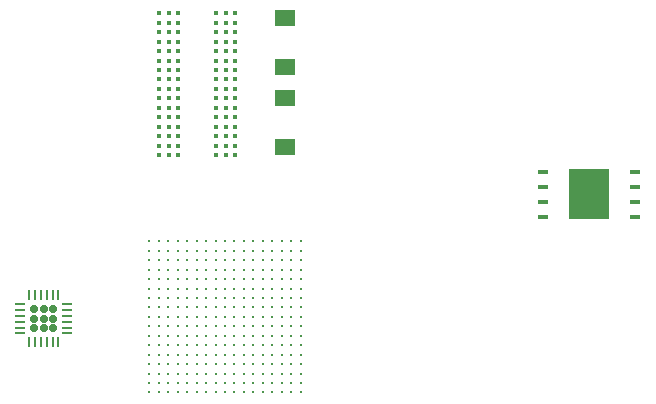
<source format=gbr>
%TF.GenerationSoftware,KiCad,Pcbnew,9.0.4-9.0.4-0~ubuntu24.04.1*%
%TF.CreationDate,2025-08-22T19:02:33+03:00*%
%TF.ProjectId,ThingsCore-1,5468696e-6773-4436-9f72-652d312e6b69,rev?*%
%TF.SameCoordinates,Original*%
%TF.FileFunction,Paste,Top*%
%TF.FilePolarity,Positive*%
%FSLAX46Y46*%
G04 Gerber Fmt 4.6, Leading zero omitted, Abs format (unit mm)*
G04 Created by KiCad (PCBNEW 9.0.4-9.0.4-0~ubuntu24.04.1) date 2025-08-22 19:02:33*
%MOMM*%
%LPD*%
G01*
G04 APERTURE LIST*
G04 Aperture macros list*
%AMRoundRect*
0 Rectangle with rounded corners*
0 $1 Rounding radius*
0 $2 $3 $4 $5 $6 $7 $8 $9 X,Y pos of 4 corners*
0 Add a 4 corners polygon primitive as box body*
4,1,4,$2,$3,$4,$5,$6,$7,$8,$9,$2,$3,0*
0 Add four circle primitives for the rounded corners*
1,1,$1+$1,$2,$3*
1,1,$1+$1,$4,$5*
1,1,$1+$1,$6,$7*
1,1,$1+$1,$8,$9*
0 Add four rect primitives between the rounded corners*
20,1,$1+$1,$2,$3,$4,$5,0*
20,1,$1+$1,$4,$5,$6,$7,0*
20,1,$1+$1,$6,$7,$8,$9,0*
20,1,$1+$1,$8,$9,$2,$3,0*%
G04 Aperture macros list end*
%ADD10C,0.450000*%
%ADD11C,0.320002*%
%ADD12R,1.800000X1.350000*%
%ADD13RoundRect,0.165000X-0.165000X-0.165000X0.165000X-0.165000X0.165000X0.165000X-0.165000X0.165000X0*%
%ADD14RoundRect,0.062500X-0.325000X-0.062500X0.325000X-0.062500X0.325000X0.062500X-0.325000X0.062500X0*%
%ADD15RoundRect,0.062500X-0.062500X-0.325000X0.062500X-0.325000X0.062500X0.325000X-0.062500X0.325000X0*%
%ADD16R,0.950000X0.450000*%
%ADD17R,3.450000X4.350000*%
G04 APERTURE END LIST*
D10*
%TO.C,U2*%
X28550000Y-21500000D03*
X29350000Y-21500000D03*
X30150000Y-21500000D03*
X33350000Y-21500000D03*
X34150000Y-21500000D03*
X34950000Y-21500000D03*
X28550000Y-22300000D03*
X29350000Y-22300000D03*
X30150000Y-22300000D03*
X33350000Y-22300000D03*
X34150000Y-22300000D03*
X34950000Y-22300000D03*
X28550000Y-23100000D03*
X29350000Y-23100000D03*
X30150000Y-23100000D03*
X33350000Y-23100000D03*
X34150000Y-23100000D03*
X34950000Y-23100000D03*
X28550000Y-23900000D03*
X29350000Y-23900000D03*
X30150000Y-23900000D03*
X33350000Y-23900000D03*
X34150000Y-23900000D03*
X34950000Y-23900000D03*
X28550000Y-24700000D03*
X29350000Y-24700000D03*
X30150000Y-24700000D03*
X33350000Y-24700000D03*
X34150000Y-24700000D03*
X34950000Y-24700000D03*
X28550000Y-25500000D03*
X29350000Y-25500000D03*
X30150000Y-25500000D03*
X33350000Y-25500000D03*
X34150000Y-25500000D03*
X34950000Y-25500000D03*
X28550000Y-26300000D03*
X29350000Y-26300000D03*
X30150000Y-26300000D03*
X33350000Y-26300000D03*
X34150000Y-26300000D03*
X34950000Y-26300000D03*
X28550000Y-27100000D03*
X29350000Y-27100000D03*
X30150000Y-27100000D03*
X33350000Y-27100000D03*
X34150000Y-27100000D03*
X34950000Y-27100000D03*
X28550000Y-27900000D03*
X29350000Y-27900000D03*
X30150000Y-27900000D03*
X33350000Y-27900000D03*
X34150000Y-27900000D03*
X34950000Y-27900000D03*
X28550000Y-28700000D03*
X29350000Y-28700000D03*
X30150000Y-28700000D03*
X33350000Y-28700000D03*
X34150000Y-28700000D03*
X34950000Y-28700000D03*
X28550000Y-29500000D03*
X29350000Y-29500000D03*
X30150000Y-29500000D03*
X33350000Y-29500000D03*
X34150000Y-29500000D03*
X34950000Y-29500000D03*
X28550000Y-30300000D03*
X29350000Y-30300000D03*
X30150000Y-30300000D03*
X33350000Y-30300000D03*
X34150000Y-30300000D03*
X34950000Y-30300000D03*
X28550000Y-31100000D03*
X29350000Y-31100000D03*
X30150000Y-31100000D03*
X33350000Y-31100000D03*
X34150000Y-31100000D03*
X34950000Y-31100000D03*
X28550000Y-31900000D03*
X29350000Y-31900000D03*
X30150000Y-31900000D03*
X33350000Y-31900000D03*
X34150000Y-31900000D03*
X34950000Y-31900000D03*
X28550000Y-32700000D03*
X29350000Y-32700000D03*
X30150000Y-32700000D03*
X33350000Y-32700000D03*
X34150000Y-32700000D03*
X34950000Y-32700000D03*
X28550000Y-33500000D03*
X29350000Y-33500000D03*
X30150000Y-33500000D03*
X33350000Y-33500000D03*
X34150000Y-33500000D03*
X34950000Y-33500000D03*
%TD*%
D11*
%TO.C,U7*%
X27700000Y-53600000D03*
X27700000Y-52800000D03*
X27700000Y-52000000D03*
X27700000Y-51200000D03*
X27700000Y-50400000D03*
X27700000Y-49600000D03*
X27700000Y-48800000D03*
X27700000Y-48000000D03*
X27700000Y-47200000D03*
X27700000Y-46400000D03*
X27700000Y-45600000D03*
X27700000Y-44800000D03*
X27700000Y-44000000D03*
X27700000Y-43200000D03*
X27700000Y-42400000D03*
X27700000Y-41600000D03*
X27700000Y-40800000D03*
X28500000Y-53600000D03*
X28500000Y-52800000D03*
X28500000Y-52000000D03*
X28500000Y-51200000D03*
X28500000Y-50400000D03*
X28500000Y-49600000D03*
X28500000Y-48800000D03*
X28500000Y-48000000D03*
X28500000Y-47200000D03*
X28500000Y-46400000D03*
X28500000Y-45600000D03*
X28500000Y-44800000D03*
X28500000Y-44000000D03*
X28500000Y-43200000D03*
X28500000Y-42400000D03*
X28500000Y-41600000D03*
X28500000Y-40800000D03*
X29300000Y-53600000D03*
X29300000Y-52800000D03*
X29300000Y-52000000D03*
X29300000Y-51200000D03*
X29300000Y-50400000D03*
X29300000Y-49600000D03*
X29300000Y-48800000D03*
X29300000Y-48000000D03*
X29300000Y-47200000D03*
X29300000Y-46400000D03*
X29300000Y-45600000D03*
X29300000Y-44800000D03*
X29300000Y-44000000D03*
X29300000Y-43200000D03*
X29300000Y-42400000D03*
X29300000Y-41600000D03*
X29300000Y-40800000D03*
X30100000Y-53600000D03*
X30100000Y-52800000D03*
X30100000Y-52000000D03*
X30100000Y-51200000D03*
X30100000Y-50400000D03*
X30100000Y-49600000D03*
X30100000Y-48800000D03*
X30100000Y-48000000D03*
X30100000Y-47200000D03*
X30100000Y-46400000D03*
X30100000Y-45600000D03*
X30100000Y-44800000D03*
X30100000Y-44000000D03*
X30100000Y-43200000D03*
X30100000Y-42400000D03*
X30100000Y-41600000D03*
X30100000Y-40800000D03*
X30900000Y-53600000D03*
X30900000Y-52800000D03*
X30900000Y-52000000D03*
X30900000Y-51200000D03*
X30900000Y-50400000D03*
X30900000Y-49600000D03*
X30900000Y-48800000D03*
X30900000Y-48000000D03*
X30900000Y-47200000D03*
X30900000Y-46400000D03*
X30900000Y-45600000D03*
X30900000Y-44800000D03*
X30900000Y-44000000D03*
X30900000Y-43200000D03*
X30900000Y-42400000D03*
X30900000Y-41600000D03*
X30900000Y-40800000D03*
X31700000Y-53600000D03*
X31700000Y-52800000D03*
X31700000Y-52000000D03*
X31700000Y-51200000D03*
X31700000Y-50400000D03*
X31700000Y-49600000D03*
X31700000Y-48800000D03*
X31700000Y-48000000D03*
X31700000Y-47200000D03*
X31700000Y-46400000D03*
X31700000Y-45600000D03*
X31700000Y-44800000D03*
X31700000Y-44000000D03*
X31700000Y-43200000D03*
X31700000Y-42400000D03*
X31700000Y-41600000D03*
X31700000Y-40800000D03*
X32500000Y-53600000D03*
X32500000Y-52800000D03*
X32500000Y-52000000D03*
X32500000Y-51200000D03*
X32500000Y-50400000D03*
X32500000Y-49600000D03*
X32500000Y-48800000D03*
X32500000Y-48000000D03*
X32500000Y-47200000D03*
X32500000Y-46400000D03*
X32500000Y-45600000D03*
X32500000Y-44800000D03*
X32500000Y-44000000D03*
X32500000Y-43200000D03*
X32500000Y-42400000D03*
X32500000Y-41600000D03*
X32500000Y-40800000D03*
X33300000Y-53600000D03*
X33300000Y-52800000D03*
X33300000Y-52000000D03*
X33300000Y-51200000D03*
X33300000Y-50400000D03*
X33300000Y-49600000D03*
X33300000Y-48800000D03*
X33300000Y-48000000D03*
X33300000Y-47200000D03*
X33300000Y-46400000D03*
X33300000Y-45600000D03*
X33300000Y-44800000D03*
X33300000Y-44000000D03*
X33300000Y-43200000D03*
X33300000Y-42400000D03*
X33300000Y-41600000D03*
X33300000Y-40800000D03*
X34100000Y-53600000D03*
X34100000Y-52800000D03*
X34100000Y-52000000D03*
X34100000Y-51200000D03*
X34100000Y-50400000D03*
X34100000Y-49600000D03*
X34100000Y-48800000D03*
X34100000Y-48000000D03*
X34100000Y-47200000D03*
X34100000Y-46400000D03*
X34100000Y-45600000D03*
X34100000Y-44800000D03*
X34100000Y-44000000D03*
X34100000Y-43200000D03*
X34100000Y-42400000D03*
X34100000Y-41600000D03*
X34100000Y-40800000D03*
X34900000Y-53600000D03*
X34900000Y-52800000D03*
X34900000Y-52000000D03*
X34900000Y-51200000D03*
X34900000Y-50400000D03*
X34900000Y-49600000D03*
X34900000Y-48800000D03*
X34900000Y-48000000D03*
X34900000Y-47200000D03*
X34900000Y-46400000D03*
X34900000Y-45600000D03*
X34900000Y-44800000D03*
X34900000Y-44000000D03*
X34900000Y-43200000D03*
X34900000Y-42400000D03*
X34900000Y-41600000D03*
X34900000Y-40800000D03*
X35700000Y-53600000D03*
X35700000Y-52800000D03*
X35700000Y-52000000D03*
X35700000Y-51200000D03*
X35700000Y-50400000D03*
X35700000Y-49600000D03*
X35700000Y-48800000D03*
X35700000Y-48000000D03*
X35700000Y-47200000D03*
X35700000Y-46400000D03*
X35700000Y-45600000D03*
X35700000Y-44800000D03*
X35700000Y-44000000D03*
X35700000Y-43200000D03*
X35700000Y-42400000D03*
X35700000Y-41600000D03*
X35700000Y-40800000D03*
X36500000Y-53600000D03*
X36500000Y-52800000D03*
X36500000Y-52000000D03*
X36500000Y-51200000D03*
X36500000Y-50400000D03*
X36500000Y-49600000D03*
X36500000Y-48800000D03*
X36500000Y-48000000D03*
X36500000Y-47200000D03*
X36500000Y-46400000D03*
X36500000Y-45600000D03*
X36500000Y-44800000D03*
X36500000Y-44000000D03*
X36500000Y-43200000D03*
X36500000Y-42400000D03*
X36500000Y-41600000D03*
X36500000Y-40800000D03*
X37300000Y-53600000D03*
X37300000Y-52800000D03*
X37300000Y-52000000D03*
X37300000Y-51200000D03*
X37300000Y-50400000D03*
X37300000Y-49600000D03*
X37300000Y-48800000D03*
X37300000Y-48000000D03*
X37300000Y-47200000D03*
X37300000Y-46400000D03*
X37300000Y-45600000D03*
X37300000Y-44800000D03*
X37300000Y-44000000D03*
X37300000Y-43200000D03*
X37300000Y-42400000D03*
X37300000Y-41600000D03*
X37300000Y-40800000D03*
X38100000Y-53600000D03*
X38100000Y-52800000D03*
X38100000Y-52000000D03*
X38100000Y-51200000D03*
X38100000Y-50400000D03*
X38100000Y-49600000D03*
X38100000Y-48800000D03*
X38100000Y-48000000D03*
X38100000Y-47200000D03*
X38100000Y-46400000D03*
X38100000Y-45600000D03*
X38100000Y-44800000D03*
X38100000Y-44000000D03*
X38100000Y-43200000D03*
X38100000Y-42400000D03*
X38100000Y-41600000D03*
X38100000Y-40800000D03*
X38900000Y-53600000D03*
X38900000Y-52800000D03*
X38900000Y-52000000D03*
X38900000Y-51200000D03*
X38900000Y-50400000D03*
X38900000Y-49600000D03*
X38900000Y-48800000D03*
X38900000Y-48000000D03*
X38900000Y-47200000D03*
X38900000Y-46400000D03*
X38900000Y-45600000D03*
X38900000Y-44800000D03*
X38900000Y-44000000D03*
X38900000Y-43200000D03*
X38900000Y-42400000D03*
X38900000Y-41600000D03*
X38900000Y-40800000D03*
X39700000Y-53600000D03*
X39700000Y-52800000D03*
X39700000Y-52000000D03*
X39700000Y-51200000D03*
X39700000Y-50400000D03*
X39700000Y-49600000D03*
X39700000Y-48800000D03*
X39700000Y-48000000D03*
X39700000Y-47200000D03*
X39700000Y-46400000D03*
X39700000Y-45600000D03*
X39700000Y-44800000D03*
X39700000Y-44000000D03*
X39700000Y-43200000D03*
X39700000Y-42400000D03*
X39700000Y-41600000D03*
X39700000Y-40800000D03*
X40500000Y-53600000D03*
X40500000Y-52800000D03*
X40500000Y-52000000D03*
X40500000Y-51200000D03*
X40500000Y-50400000D03*
X40500000Y-49600000D03*
X40500000Y-48800000D03*
X40500000Y-48000000D03*
X40500000Y-47200000D03*
X40500000Y-46400000D03*
X40500000Y-45600000D03*
X40500000Y-44800000D03*
X40500000Y-44000000D03*
X40500000Y-43200000D03*
X40500000Y-42400000D03*
X40500000Y-41600000D03*
X40500000Y-40800000D03*
%TD*%
D12*
%TO.C,S2*%
X39200000Y-32775000D03*
X39200000Y-28625000D03*
%TD*%
D13*
%TO.C,U6*%
X17930000Y-46530000D03*
X17930000Y-47350000D03*
X17930000Y-48170000D03*
X18750000Y-46530000D03*
X18750000Y-47350000D03*
X18750000Y-48170000D03*
X19570000Y-46530000D03*
X19570000Y-47350000D03*
X19570000Y-48170000D03*
D14*
X16762500Y-46100000D03*
X16762500Y-46600000D03*
X16762500Y-47100000D03*
X16762500Y-47600000D03*
X16762500Y-48100000D03*
X16762500Y-48600000D03*
D15*
X17500000Y-49337500D03*
X18000000Y-49337500D03*
X18500000Y-49337500D03*
X19000000Y-49337500D03*
X19500000Y-49337500D03*
X20000000Y-49337500D03*
D14*
X20737500Y-48600000D03*
X20737500Y-48100000D03*
X20737500Y-47600000D03*
X20737500Y-47100000D03*
X20737500Y-46600000D03*
X20737500Y-46100000D03*
D15*
X20000000Y-45362500D03*
X19500000Y-45362500D03*
X19000000Y-45362500D03*
X18500000Y-45362500D03*
X18000000Y-45362500D03*
X17500000Y-45362500D03*
%TD*%
D16*
%TO.C,U8*%
X68800000Y-38705000D03*
X68800000Y-37435000D03*
X68800000Y-36165000D03*
X68800000Y-34895000D03*
X61000000Y-34895000D03*
X61000000Y-36165000D03*
X61000000Y-37435000D03*
X61000000Y-38705000D03*
D17*
X64900000Y-36800000D03*
%TD*%
D12*
%TO.C,S1*%
X39200000Y-26025000D03*
X39200000Y-21875000D03*
%TD*%
M02*

</source>
